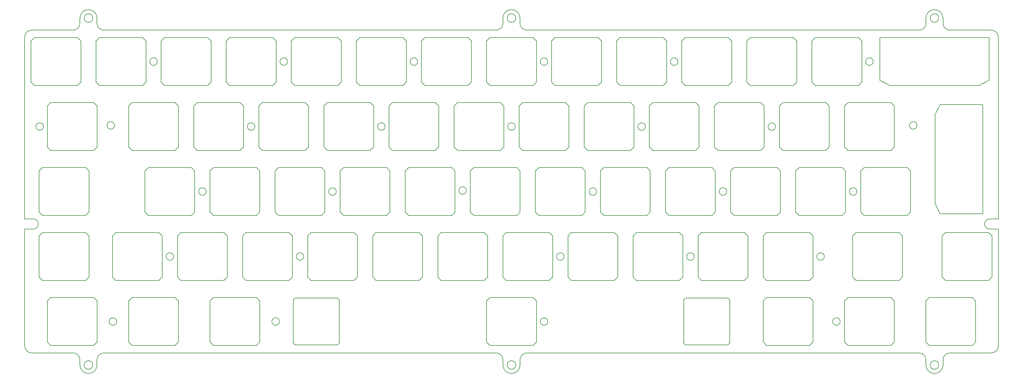
<source format=gbr>
%TF.GenerationSoftware,KiCad,Pcbnew,(6.0.9)*%
%TF.CreationDate,2022-11-03T22:17:30+01:00*%
%TF.ProjectId,plate_iso,706c6174-655f-4697-936f-2e6b69636164,rev?*%
%TF.SameCoordinates,Original*%
%TF.FileFunction,Profile,NP*%
%FSLAX46Y46*%
G04 Gerber Fmt 4.6, Leading zero omitted, Abs format (unit mm)*
G04 Created by KiCad (PCBNEW (6.0.9)) date 2022-11-03 22:17:30*
%MOMM*%
%LPD*%
G01*
G04 APERTURE LIST*
%TA.AperFunction,Profile*%
%ADD10C,0.200000*%
%TD*%
G04 APERTURE END LIST*
D10*
X151972631Y-137477961D02*
X151972679Y-137464139D01*
X151972605Y-138721309D02*
X151972631Y-137477961D01*
X146972809Y-138676798D02*
G75*
G03*
X151972605Y-138721309I2499863J-26204D01*
G01*
X146972784Y-138077357D02*
X146972809Y-138676798D01*
X146972784Y-137153002D02*
X146972784Y-138077357D01*
X146972785Y-137153002D02*
G75*
G03*
X144972784Y-135153002I-2000000J0D01*
G01*
X30143679Y-135153002D02*
X144972784Y-135153002D01*
X30143679Y-135153016D02*
G75*
G03*
X28143679Y-137153002I26J-2000026D01*
G01*
X28143679Y-137464139D02*
X28143679Y-137153002D01*
X28143631Y-137477961D02*
X28143679Y-137464139D01*
X28143605Y-138721309D02*
X28143631Y-137477961D01*
X23143815Y-138676798D02*
G75*
G03*
X28143605Y-138721309I2499860J-26204D01*
G01*
X23143809Y-137153002D02*
X23143809Y-138676798D01*
X23143845Y-137153002D02*
G75*
G03*
X21143809Y-135153002I-2000040J-40D01*
G01*
X8976500Y-135153002D02*
X21143809Y-135153002D01*
X6976445Y-133153002D02*
G75*
G03*
X8976500Y-135153002I2000060J60D01*
G01*
X6976500Y-98853002D02*
X6976500Y-133153002D01*
X9476500Y-98853002D02*
X6976500Y-98853002D01*
X9476500Y-98853037D02*
G75*
G03*
X10976500Y-97353002I5J1499995D01*
G01*
X10976445Y-97353002D02*
G75*
G03*
X9476500Y-95853002I-1499940J60D01*
G01*
X6976500Y-95853002D02*
X9476500Y-95853002D01*
X6976500Y-42553002D02*
X6976500Y-95853002D01*
X8976500Y-40553037D02*
G75*
G03*
X6976500Y-42553002I5J-2000005D01*
G01*
X21143784Y-40553002D02*
X8976500Y-40553002D01*
X21143784Y-40553021D02*
G75*
G03*
X23143784Y-38553002I21J1999979D01*
G01*
X23143784Y-37628647D02*
X23143784Y-38553002D01*
X23143809Y-37029207D02*
X23143784Y-37628647D01*
X28143611Y-36984695D02*
G75*
G03*
X23143809Y-37029207I-2499936J-18307D01*
G01*
X28143631Y-38228044D02*
X28143605Y-36984695D01*
X28143672Y-38240860D02*
X28143631Y-38228044D01*
X28143672Y-38553002D02*
X28143672Y-38240860D01*
X28143745Y-38553002D02*
G75*
G03*
X30143672Y-40553002I1999960J-40D01*
G01*
X144972784Y-40553002D02*
X30143672Y-40553002D01*
X144972784Y-40553001D02*
G75*
G03*
X146972784Y-38553002I1J1999999D01*
G01*
X146972784Y-37628647D02*
X146972784Y-38553002D01*
X146972809Y-37029207D02*
X146972784Y-37628647D01*
X151972605Y-36984695D02*
G75*
G03*
X146972809Y-37029207I-2499933J-18307D01*
G01*
X151972631Y-38228044D02*
X151972605Y-36984695D01*
X151972672Y-38240860D02*
X151972631Y-38228044D01*
X151972672Y-38553002D02*
X151972672Y-38240860D01*
X151972672Y-38553002D02*
G75*
G03*
X153972672Y-40553002I1999999J-1D01*
G01*
X268801784Y-40553002D02*
X153972672Y-40553002D01*
X268801784Y-40553002D02*
G75*
G03*
X270801784Y-38553002I0J2000000D01*
G01*
X270801784Y-37628647D02*
X270801784Y-38553002D01*
X270801809Y-37029207D02*
X270801784Y-37628647D01*
X275801605Y-36984695D02*
G75*
G03*
X270801809Y-37029207I-2499933J-18307D01*
G01*
X275801618Y-37606369D02*
X275801605Y-36984695D01*
X275801618Y-38553002D02*
X275801618Y-37606369D01*
X275801618Y-38553002D02*
G75*
G03*
X277801618Y-40553002I1999999J-1D01*
G01*
X289976500Y-40553002D02*
X277801618Y-40553002D01*
X291976500Y-42553002D02*
G75*
G03*
X289976500Y-40553002I-2000000J0D01*
G01*
X291976500Y-95853002D02*
X291976500Y-42553002D01*
X289476500Y-95853002D02*
X291976500Y-95853002D01*
X289476500Y-95853002D02*
G75*
G03*
X289476500Y-98853002I0J-1500000D01*
G01*
X291976500Y-98853002D02*
X289476500Y-98853002D01*
X291976500Y-133153002D02*
X291976500Y-98853002D01*
X289976500Y-135153002D02*
G75*
G03*
X291976500Y-133153002I1J1999999D01*
G01*
X277801605Y-135153002D02*
X289976500Y-135153002D01*
X277801605Y-135153002D02*
G75*
G03*
X275801605Y-137153002I0J-2000000D01*
G01*
X275801605Y-138721309D02*
X275801605Y-137153002D01*
X270801809Y-138676798D02*
G75*
G03*
X275801605Y-138721309I2499863J-26204D01*
G01*
X270801784Y-138077357D02*
X270801809Y-138676798D01*
X270801784Y-137153002D02*
X270801784Y-138077357D01*
X270801784Y-137153002D02*
G75*
G03*
X268801784Y-135153002I-2000002J-2D01*
G01*
X153972679Y-135153002D02*
X268801784Y-135153002D01*
X153972679Y-135153002D02*
G75*
G03*
X151972679Y-137153002I0J-2000000D01*
G01*
X151972679Y-137464139D02*
X151972679Y-137153002D01*
X274551672Y-37003002D02*
G75*
G03*
X274551672Y-37003002I-1250000J0D01*
G01*
X150722672Y-37003002D02*
G75*
G03*
X150722672Y-37003002I-1250000J0D01*
G01*
X26893672Y-37003002D02*
G75*
G03*
X26893672Y-37003002I-1250000J0D01*
G01*
X8826500Y-43753002D02*
X9826500Y-42753002D01*
X8826500Y-55753002D02*
X8826500Y-43753002D01*
X9826500Y-56753002D02*
X8826500Y-55753002D01*
X22426500Y-56753002D02*
X9826500Y-56753002D01*
X23426500Y-55753002D02*
X22426500Y-56753002D01*
X23426500Y-43753002D02*
X23426500Y-55753002D01*
X22426500Y-42753002D02*
X23426500Y-43753002D01*
X9826500Y-42753002D02*
X22426500Y-42753002D01*
X41476500Y-56753002D02*
X28876500Y-56753002D01*
X42476500Y-55753002D02*
X41476500Y-56753002D01*
X42476500Y-43753002D02*
X42476500Y-55753002D01*
X41476500Y-42753002D02*
X42476500Y-43753002D01*
X28876500Y-42753002D02*
X41476500Y-42753002D01*
X27876500Y-43753002D02*
X28876500Y-42753002D01*
X27876500Y-55753002D02*
X27876500Y-43753002D01*
X28876500Y-56753002D02*
X27876500Y-55753002D01*
X45801500Y-49753002D02*
G75*
G03*
X45801500Y-49753002I-1100000J0D01*
G01*
X47926500Y-42753002D02*
X60526500Y-42753002D01*
X46926500Y-43753002D02*
X47926500Y-42753002D01*
X46926500Y-55753002D02*
X46926500Y-43753002D01*
X47926500Y-56753002D02*
X46926500Y-55753002D01*
X60526500Y-56753002D02*
X47926500Y-56753002D01*
X61526500Y-55753002D02*
X60526500Y-56753002D01*
X61526500Y-43753002D02*
X61526500Y-55753002D01*
X60526500Y-42753002D02*
X61526500Y-43753002D01*
X80576500Y-55753002D02*
X79576500Y-56753002D01*
X80576500Y-43753002D02*
X80576500Y-55753002D01*
X79576500Y-42753002D02*
X80576500Y-43753002D01*
X66976500Y-42753002D02*
X79576500Y-42753002D01*
X65976500Y-43753002D02*
X66976500Y-42753002D01*
X65976500Y-55753002D02*
X65976500Y-43753002D01*
X66976500Y-56753002D02*
X65976500Y-55753002D01*
X79576500Y-56753002D02*
X66976500Y-56753002D01*
X83901500Y-49753002D02*
G75*
G03*
X83901500Y-49753002I-1100000J0D01*
G01*
X99626500Y-55753002D02*
X98626500Y-56753002D01*
X99626500Y-43753002D02*
X99626500Y-55753002D01*
X98626500Y-42753002D02*
X99626500Y-43753002D01*
X86026500Y-42753002D02*
X98626500Y-42753002D01*
X85026500Y-43753002D02*
X86026500Y-42753002D01*
X85026500Y-55753002D02*
X85026500Y-43753002D01*
X86026500Y-56753002D02*
X85026500Y-55753002D01*
X98626500Y-56753002D02*
X86026500Y-56753002D01*
X105076500Y-56753002D02*
X104076500Y-55753002D01*
X117676500Y-56753002D02*
X105076500Y-56753002D01*
X118676500Y-55753002D02*
X117676500Y-56753002D01*
X118676500Y-43753002D02*
X118676500Y-55753002D01*
X117676500Y-42753002D02*
X118676500Y-43753002D01*
X105076500Y-42753002D02*
X117676500Y-42753002D01*
X104076500Y-43753002D02*
X105076500Y-42753002D01*
X104076500Y-55753002D02*
X104076500Y-43753002D01*
X122001500Y-49753002D02*
G75*
G03*
X122001500Y-49753002I-1100000J0D01*
G01*
X123126500Y-55753002D02*
X123126500Y-43753002D01*
X124126500Y-56753002D02*
X123126500Y-55753002D01*
X136726500Y-56753002D02*
X124126500Y-56753002D01*
X137726500Y-55753002D02*
X136726500Y-56753002D01*
X137726500Y-43753002D02*
X137726500Y-55753002D01*
X136726500Y-42753002D02*
X137726500Y-43753002D01*
X124126500Y-42753002D02*
X136726500Y-42753002D01*
X123126500Y-43753002D02*
X124126500Y-42753002D01*
X156776500Y-55753002D02*
X155776500Y-56753002D01*
X156776500Y-43753002D02*
X156776500Y-55753002D01*
X155776500Y-42753002D02*
X156776500Y-43753002D01*
X143176500Y-42753002D02*
X155776500Y-42753002D01*
X142176500Y-43753002D02*
X143176500Y-42753002D01*
X142176500Y-55753002D02*
X142176500Y-43753002D01*
X143176500Y-56753002D02*
X142176500Y-55753002D01*
X155776500Y-56753002D02*
X143176500Y-56753002D01*
X12464000Y-68803002D02*
G75*
G03*
X12464000Y-68803002I-1100000J0D01*
G01*
X14589000Y-61803002D02*
X27189000Y-61803002D01*
X13589000Y-62803002D02*
X14589000Y-61803002D01*
X13589000Y-74803002D02*
X13589000Y-62803002D01*
X14589000Y-75803002D02*
X13589000Y-74803002D01*
X27189000Y-75803002D02*
X14589000Y-75803002D01*
X28189000Y-74803002D02*
X27189000Y-75803002D01*
X28189000Y-62803002D02*
X28189000Y-74803002D01*
X27189000Y-61803002D02*
X28189000Y-62803002D01*
X33276500Y-68453002D02*
G75*
G03*
X33276500Y-68453002I-1100000J0D01*
G01*
X52001500Y-62803002D02*
X52001500Y-74803002D01*
X51001500Y-61803002D02*
X52001500Y-62803002D01*
X38401500Y-61803002D02*
X51001500Y-61803002D01*
X37401500Y-62803002D02*
X38401500Y-61803002D01*
X37401500Y-74803002D02*
X37401500Y-62803002D01*
X38401500Y-75803002D02*
X37401500Y-74803002D01*
X51001500Y-75803002D02*
X38401500Y-75803002D01*
X52001500Y-74803002D02*
X51001500Y-75803002D01*
X57451500Y-61803002D02*
X70051500Y-61803002D01*
X56451500Y-62803002D02*
X57451500Y-61803002D01*
X56451500Y-74803002D02*
X56451500Y-62803002D01*
X57451500Y-75803002D02*
X56451500Y-74803002D01*
X70051500Y-75803002D02*
X57451500Y-75803002D01*
X71051500Y-74803002D02*
X70051500Y-75803002D01*
X71051500Y-62803002D02*
X71051500Y-74803002D01*
X70051500Y-61803002D02*
X71051500Y-62803002D01*
X74376500Y-68803002D02*
G75*
G03*
X74376500Y-68803002I-1100000J0D01*
G01*
X90101500Y-74803002D02*
X89101500Y-75803002D01*
X90101500Y-62803002D02*
X90101500Y-74803002D01*
X89101500Y-61803002D02*
X90101500Y-62803002D01*
X76501500Y-61803002D02*
X89101500Y-61803002D01*
X75501500Y-62803002D02*
X76501500Y-61803002D01*
X75501500Y-74803002D02*
X75501500Y-62803002D01*
X76501500Y-75803002D02*
X75501500Y-74803002D01*
X89101500Y-75803002D02*
X76501500Y-75803002D01*
X94551500Y-74803002D02*
X94551500Y-62803002D01*
X95551500Y-75803002D02*
X94551500Y-74803002D01*
X108151500Y-75803002D02*
X95551500Y-75803002D01*
X109151500Y-74803002D02*
X108151500Y-75803002D01*
X109151500Y-62803002D02*
X109151500Y-74803002D01*
X108151500Y-61803002D02*
X109151500Y-62803002D01*
X95551500Y-61803002D02*
X108151500Y-61803002D01*
X94551500Y-62803002D02*
X95551500Y-61803002D01*
X112476500Y-68803002D02*
G75*
G03*
X112476500Y-68803002I-1100000J0D01*
G01*
X128201500Y-62803002D02*
X128201500Y-74803002D01*
X127201500Y-61803002D02*
X128201500Y-62803002D01*
X114601500Y-61803002D02*
X127201500Y-61803002D01*
X113601500Y-62803002D02*
X114601500Y-61803002D01*
X113601500Y-74803002D02*
X113601500Y-62803002D01*
X114601500Y-75803002D02*
X113601500Y-74803002D01*
X127201500Y-75803002D02*
X114601500Y-75803002D01*
X128201500Y-74803002D02*
X127201500Y-75803002D01*
X147251500Y-74803002D02*
X146251500Y-75803002D01*
X147251500Y-62803002D02*
X147251500Y-74803002D01*
X146251500Y-61803002D02*
X147251500Y-62803002D01*
X133651500Y-61803002D02*
X146251500Y-61803002D01*
X132651500Y-62803002D02*
X133651500Y-61803002D01*
X132651500Y-74803002D02*
X132651500Y-62803002D01*
X133651500Y-75803002D02*
X132651500Y-74803002D01*
X146251500Y-75803002D02*
X133651500Y-75803002D01*
X150576500Y-68803002D02*
G75*
G03*
X150576500Y-68803002I-1100000J0D01*
G01*
X136276500Y-87553002D02*
G75*
G03*
X136276500Y-87553002I-1100000J0D01*
G01*
X160101500Y-49753002D02*
G75*
G03*
X160101500Y-49753002I-1100000J0D01*
G01*
X161226500Y-55753002D02*
X161226500Y-43753002D01*
X162226500Y-56753002D02*
X161226500Y-55753002D01*
X174826500Y-56753002D02*
X162226500Y-56753002D01*
X175826500Y-55753002D02*
X174826500Y-56753002D01*
X175826500Y-43753002D02*
X175826500Y-55753002D01*
X174826500Y-42753002D02*
X175826500Y-43753002D01*
X162226500Y-42753002D02*
X174826500Y-42753002D01*
X161226500Y-43753002D02*
X162226500Y-42753002D01*
X193876500Y-56753002D02*
X181276500Y-56753002D01*
X194876500Y-55753002D02*
X193876500Y-56753002D01*
X194876500Y-43753002D02*
X194876500Y-55753002D01*
X193876500Y-42753002D02*
X194876500Y-43753002D01*
X181276500Y-42753002D02*
X193876500Y-42753002D01*
X180276500Y-43753002D02*
X181276500Y-42753002D01*
X180276500Y-55753002D02*
X180276500Y-43753002D01*
X181276500Y-56753002D02*
X180276500Y-55753002D01*
X198201500Y-49753002D02*
G75*
G03*
X198201500Y-49753002I-1100000J0D01*
G01*
X213926500Y-43753002D02*
X213926500Y-55753002D01*
X212926500Y-42753002D02*
X213926500Y-43753002D01*
X200326500Y-42753002D02*
X212926500Y-42753002D01*
X199326500Y-43753002D02*
X200326500Y-42753002D01*
X199326500Y-55753002D02*
X199326500Y-43753002D01*
X200326500Y-56753002D02*
X199326500Y-55753002D01*
X212926500Y-56753002D02*
X200326500Y-56753002D01*
X213926500Y-55753002D02*
X212926500Y-56753002D01*
X219376500Y-56753002D02*
X218376500Y-55753002D01*
X231976500Y-56753002D02*
X219376500Y-56753002D01*
X232976500Y-55753002D02*
X231976500Y-56753002D01*
X232976500Y-43753002D02*
X232976500Y-55753002D01*
X231976500Y-42753002D02*
X232976500Y-43753002D01*
X219376500Y-42753002D02*
X231976500Y-42753002D01*
X218376500Y-43753002D02*
X219376500Y-42753002D01*
X218376500Y-55753002D02*
X218376500Y-43753002D01*
X251026500Y-56753002D02*
X238426500Y-56753002D01*
X252026500Y-55753002D02*
X251026500Y-56753002D01*
X252026500Y-43753002D02*
X252026500Y-55753002D01*
X251026500Y-42753002D02*
X252026500Y-43753002D01*
X238426500Y-42753002D02*
X251026500Y-42753002D01*
X237426500Y-43753002D02*
X238426500Y-42753002D01*
X237426500Y-55753002D02*
X237426500Y-43753002D01*
X238426500Y-56753002D02*
X237426500Y-55753002D01*
X255351500Y-49753002D02*
G75*
G03*
X255351500Y-49753002I-1100000J0D01*
G01*
X152701500Y-75803002D02*
X151701500Y-74803002D01*
X165301500Y-75803002D02*
X152701500Y-75803002D01*
X166301500Y-74803002D02*
X165301500Y-75803002D01*
X166301500Y-62803002D02*
X166301500Y-74803002D01*
X165301500Y-61803002D02*
X166301500Y-62803002D01*
X152701500Y-61803002D02*
X165301500Y-61803002D01*
X151701500Y-62803002D02*
X152701500Y-61803002D01*
X151701500Y-74803002D02*
X151701500Y-62803002D01*
X171751500Y-75803002D02*
X170751500Y-74803002D01*
X184351500Y-75803002D02*
X171751500Y-75803002D01*
X185351500Y-74803002D02*
X184351500Y-75803002D01*
X185351500Y-62803002D02*
X185351500Y-74803002D01*
X184351500Y-61803002D02*
X185351500Y-62803002D01*
X171751500Y-61803002D02*
X184351500Y-61803002D01*
X170751500Y-62803002D02*
X171751500Y-61803002D01*
X170751500Y-74803002D02*
X170751500Y-62803002D01*
X188676500Y-68803002D02*
G75*
G03*
X188676500Y-68803002I-1100000J0D01*
G01*
X189801500Y-74803002D02*
X189801500Y-62803002D01*
X190801500Y-75803002D02*
X189801500Y-74803002D01*
X203401500Y-75803002D02*
X190801500Y-75803002D01*
X204401500Y-74803002D02*
X203401500Y-75803002D01*
X204401500Y-62803002D02*
X204401500Y-74803002D01*
X203401500Y-61803002D02*
X204401500Y-62803002D01*
X190801500Y-61803002D02*
X203401500Y-61803002D01*
X189801500Y-62803002D02*
X190801500Y-61803002D01*
X222451500Y-75803002D02*
X209851500Y-75803002D01*
X223451500Y-74803002D02*
X222451500Y-75803002D01*
X223451500Y-62803002D02*
X223451500Y-74803002D01*
X222451500Y-61803002D02*
X223451500Y-62803002D01*
X209851500Y-61803002D02*
X222451500Y-61803002D01*
X208851500Y-62803002D02*
X209851500Y-61803002D01*
X208851500Y-74803002D02*
X208851500Y-62803002D01*
X209851500Y-75803002D02*
X208851500Y-74803002D01*
X226776500Y-68803002D02*
G75*
G03*
X226776500Y-68803002I-1100000J0D01*
G01*
X241501500Y-75803002D02*
X228901500Y-75803002D01*
X242501500Y-74803002D02*
X241501500Y-75803002D01*
X242501500Y-62803002D02*
X242501500Y-74803002D01*
X241501500Y-61803002D02*
X242501500Y-62803002D01*
X228901500Y-61803002D02*
X241501500Y-61803002D01*
X227901500Y-62803002D02*
X228901500Y-61803002D01*
X227901500Y-74803002D02*
X227901500Y-62803002D01*
X228901500Y-75803002D02*
X227901500Y-74803002D01*
X261551500Y-74803002D02*
X260551500Y-75803002D01*
X261551500Y-62803002D02*
X261551500Y-74803002D01*
X260551500Y-61803002D02*
X261551500Y-62803002D01*
X247951500Y-61803002D02*
X260551500Y-61803002D01*
X246951500Y-62803002D02*
X247951500Y-61803002D01*
X246951500Y-74803002D02*
X246951500Y-62803002D01*
X247951500Y-75803002D02*
X246951500Y-74803002D01*
X260551500Y-75803002D02*
X247951500Y-75803002D01*
X268178500Y-68465002D02*
G75*
G03*
X268178500Y-68465002I-1100000J0D01*
G01*
X273445250Y-91328002D02*
X273445250Y-65328002D01*
X274945250Y-94328002D02*
X273445250Y-91328002D01*
X280445250Y-94328002D02*
X274945250Y-94328002D01*
X287445250Y-94328002D02*
X280445250Y-94328002D01*
X287445250Y-62328002D02*
X287445250Y-94328002D01*
X280445250Y-62328002D02*
X287445250Y-62328002D01*
X274945250Y-62328002D02*
X280445250Y-62328002D01*
X273445250Y-65328002D02*
X274945250Y-62328002D01*
X56764000Y-81853002D02*
X56764000Y-93853002D01*
X55764000Y-80853002D02*
X56764000Y-81853002D01*
X43164000Y-80853002D02*
X55764000Y-80853002D01*
X42164000Y-81853002D02*
X43164000Y-80853002D01*
X42164000Y-93853002D02*
X42164000Y-81853002D01*
X43164000Y-94853002D02*
X42164000Y-93853002D01*
X55764000Y-94853002D02*
X43164000Y-94853002D01*
X56764000Y-93853002D02*
X55764000Y-94853002D01*
X60089000Y-87853002D02*
G75*
G03*
X60089000Y-87853002I-1100000J0D01*
G01*
X61214000Y-81853002D02*
X62214000Y-80853002D01*
X61214000Y-93853002D02*
X61214000Y-81853002D01*
X62214000Y-94853002D02*
X61214000Y-93853002D01*
X74814000Y-94853002D02*
X62214000Y-94853002D01*
X75814000Y-93853002D02*
X74814000Y-94853002D01*
X75814000Y-81853002D02*
X75814000Y-93853002D01*
X74814000Y-80853002D02*
X75814000Y-81853002D01*
X62214000Y-80853002D02*
X74814000Y-80853002D01*
X50564000Y-106903002D02*
G75*
G03*
X50564000Y-106903002I-1100000J0D01*
G01*
X65289000Y-113903002D02*
X52689000Y-113903002D01*
X66289000Y-112903002D02*
X65289000Y-113903002D01*
X66289000Y-100903002D02*
X66289000Y-112903002D01*
X65289000Y-99903002D02*
X66289000Y-100903002D01*
X52689000Y-99903002D02*
X65289000Y-99903002D01*
X51689000Y-100903002D02*
X52689000Y-99903002D01*
X51689000Y-112903002D02*
X51689000Y-100903002D01*
X52689000Y-113903002D02*
X51689000Y-112903002D01*
X70739000Y-100903002D02*
X71739000Y-99903002D01*
X70739000Y-112903002D02*
X70739000Y-100903002D01*
X71739000Y-113903002D02*
X70739000Y-112903002D01*
X84339000Y-113903002D02*
X71739000Y-113903002D01*
X85339000Y-112903002D02*
X84339000Y-113903002D01*
X85339000Y-100903002D02*
X85339000Y-112903002D01*
X84339000Y-99903002D02*
X85339000Y-100903002D01*
X71739000Y-99903002D02*
X84339000Y-99903002D01*
X94864000Y-81853002D02*
X94864000Y-93853002D01*
X93864000Y-80853002D02*
X94864000Y-81853002D01*
X81264000Y-80853002D02*
X93864000Y-80853002D01*
X80264000Y-81853002D02*
X81264000Y-80853002D01*
X80264000Y-93853002D02*
X80264000Y-81853002D01*
X81264000Y-94853002D02*
X80264000Y-93853002D01*
X93864000Y-94853002D02*
X81264000Y-94853002D01*
X94864000Y-93853002D02*
X93864000Y-94853002D01*
X98189000Y-87853002D02*
G75*
G03*
X98189000Y-87853002I-1100000J0D01*
G01*
X100314000Y-94853002D02*
X99314000Y-93853002D01*
X112914000Y-94853002D02*
X100314000Y-94853002D01*
X113914000Y-93853002D02*
X112914000Y-94853002D01*
X113914000Y-81853002D02*
X113914000Y-93853002D01*
X112914000Y-80853002D02*
X113914000Y-81853002D01*
X100314000Y-80853002D02*
X112914000Y-80853002D01*
X99314000Y-81853002D02*
X100314000Y-80853002D01*
X99314000Y-93853002D02*
X99314000Y-81853002D01*
X131964000Y-80853002D02*
X132964000Y-81853002D01*
X119364000Y-80853002D02*
X131964000Y-80853002D01*
X118364000Y-81853002D02*
X119364000Y-80853002D01*
X118364000Y-93853002D02*
X118364000Y-81853002D01*
X119364000Y-94853002D02*
X118364000Y-93853002D01*
X131964000Y-94853002D02*
X119364000Y-94853002D01*
X132964000Y-93853002D02*
X131964000Y-94853002D01*
X132964000Y-81853002D02*
X132964000Y-93853002D01*
X151014000Y-94853002D02*
X138414000Y-94853002D01*
X152014000Y-93853002D02*
X151014000Y-94853002D01*
X152014000Y-81853002D02*
X152014000Y-93853002D01*
X151014000Y-80853002D02*
X152014000Y-81853002D01*
X138414000Y-80853002D02*
X151014000Y-80853002D01*
X137414000Y-81853002D02*
X138414000Y-80853002D01*
X137414000Y-93853002D02*
X137414000Y-81853002D01*
X138414000Y-94853002D02*
X137414000Y-93853002D01*
X88664000Y-106903002D02*
G75*
G03*
X88664000Y-106903002I-1100000J0D01*
G01*
X89789000Y-112903002D02*
X89789000Y-100903002D01*
X90789000Y-113903002D02*
X89789000Y-112903002D01*
X103389000Y-113903002D02*
X90789000Y-113903002D01*
X104389000Y-112903002D02*
X103389000Y-113903002D01*
X104389000Y-100903002D02*
X104389000Y-112903002D01*
X103389000Y-99903002D02*
X104389000Y-100903002D01*
X90789000Y-99903002D02*
X103389000Y-99903002D01*
X89789000Y-100903002D02*
X90789000Y-99903002D01*
X122439000Y-99903002D02*
X123439000Y-100903002D01*
X109839000Y-99903002D02*
X122439000Y-99903002D01*
X108839000Y-100903002D02*
X109839000Y-99903002D01*
X108839000Y-112903002D02*
X108839000Y-100903002D01*
X109839000Y-113903002D02*
X108839000Y-112903002D01*
X122439000Y-113903002D02*
X109839000Y-113903002D01*
X123439000Y-112903002D02*
X122439000Y-113903002D01*
X123439000Y-100903002D02*
X123439000Y-112903002D01*
X142489000Y-112903002D02*
X141489000Y-113903002D01*
X142489000Y-100903002D02*
X142489000Y-112903002D01*
X141489000Y-99903002D02*
X142489000Y-100903002D01*
X128889000Y-99903002D02*
X141489000Y-99903002D01*
X127889000Y-100903002D02*
X128889000Y-99903002D01*
X127889000Y-112903002D02*
X127889000Y-100903002D01*
X128889000Y-113903002D02*
X127889000Y-112903002D01*
X141489000Y-113903002D02*
X128889000Y-113903002D01*
X33895264Y-125953002D02*
G75*
G03*
X33895264Y-125953002I-1100000J0D01*
G01*
X81520250Y-125953002D02*
G75*
G03*
X81520250Y-125953002I-1100000J0D01*
G01*
X171064000Y-93853002D02*
X170064000Y-94853002D01*
X171064000Y-81853002D02*
X171064000Y-93853002D01*
X170064000Y-80853002D02*
X171064000Y-81853002D01*
X157464000Y-80853002D02*
X170064000Y-80853002D01*
X156464000Y-81853002D02*
X157464000Y-80853002D01*
X156464000Y-93853002D02*
X156464000Y-81853002D01*
X157464000Y-94853002D02*
X156464000Y-93853002D01*
X170064000Y-94853002D02*
X157464000Y-94853002D01*
X174389000Y-87853002D02*
G75*
G03*
X174389000Y-87853002I-1100000J0D01*
G01*
X189114000Y-80853002D02*
X190114000Y-81853002D01*
X176514000Y-80853002D02*
X189114000Y-80853002D01*
X175514000Y-81853002D02*
X176514000Y-80853002D01*
X175514000Y-93853002D02*
X175514000Y-81853002D01*
X176514000Y-94853002D02*
X175514000Y-93853002D01*
X189114000Y-94853002D02*
X176514000Y-94853002D01*
X190114000Y-93853002D02*
X189114000Y-94853002D01*
X190114000Y-81853002D02*
X190114000Y-93853002D01*
X194564000Y-93853002D02*
X194564000Y-81853002D01*
X195564000Y-94853002D02*
X194564000Y-93853002D01*
X208164000Y-94853002D02*
X195564000Y-94853002D01*
X209164000Y-93853002D02*
X208164000Y-94853002D01*
X209164000Y-81853002D02*
X209164000Y-93853002D01*
X208164000Y-80853002D02*
X209164000Y-81853002D01*
X195564000Y-80853002D02*
X208164000Y-80853002D01*
X194564000Y-81853002D02*
X195564000Y-80853002D01*
X212489000Y-87853002D02*
G75*
G03*
X212489000Y-87853002I-1100000J0D01*
G01*
X161539000Y-112903002D02*
X160539000Y-113903002D01*
X161539000Y-100903002D02*
X161539000Y-112903002D01*
X160539000Y-99903002D02*
X161539000Y-100903002D01*
X147939000Y-99903002D02*
X160539000Y-99903002D01*
X146939000Y-100903002D02*
X147939000Y-99903002D01*
X146939000Y-112903002D02*
X146939000Y-100903002D01*
X147939000Y-113903002D02*
X146939000Y-112903002D01*
X160539000Y-113903002D02*
X147939000Y-113903002D01*
X164864000Y-106903002D02*
G75*
G03*
X164864000Y-106903002I-1100000J0D01*
G01*
X166989000Y-113903002D02*
X165989000Y-112903002D01*
X179589000Y-113903002D02*
X166989000Y-113903002D01*
X180589000Y-112903002D02*
X179589000Y-113903002D01*
X180589000Y-100903002D02*
X180589000Y-112903002D01*
X179589000Y-99903002D02*
X180589000Y-100903002D01*
X166989000Y-99903002D02*
X179589000Y-99903002D01*
X165989000Y-100903002D02*
X166989000Y-99903002D01*
X165989000Y-112903002D02*
X165989000Y-100903002D01*
X198639000Y-99903002D02*
X199639000Y-100903002D01*
X186039000Y-99903002D02*
X198639000Y-99903002D01*
X185039000Y-100903002D02*
X186039000Y-99903002D01*
X185039000Y-112903002D02*
X185039000Y-100903002D01*
X186039000Y-113903002D02*
X185039000Y-112903002D01*
X198639000Y-113903002D02*
X186039000Y-113903002D01*
X199639000Y-112903002D02*
X198639000Y-113903002D01*
X199639000Y-100903002D02*
X199639000Y-112903002D01*
X202964000Y-106903002D02*
G75*
G03*
X202964000Y-106903002I-1100000J0D01*
G01*
X217689000Y-99903002D02*
X218689000Y-100903002D01*
X205089000Y-99903002D02*
X217689000Y-99903002D01*
X204089000Y-100903002D02*
X205089000Y-99903002D01*
X204089000Y-112903002D02*
X204089000Y-100903002D01*
X205089000Y-113903002D02*
X204089000Y-112903002D01*
X217689000Y-113903002D02*
X205089000Y-113903002D01*
X218689000Y-112903002D02*
X217689000Y-113903002D01*
X218689000Y-100903002D02*
X218689000Y-112903002D01*
X227214000Y-94853002D02*
X214614000Y-94853002D01*
X228214000Y-93853002D02*
X227214000Y-94853002D01*
X228214000Y-81853002D02*
X228214000Y-93853002D01*
X227214000Y-80853002D02*
X228214000Y-81853002D01*
X214614000Y-80853002D02*
X227214000Y-80853002D01*
X213614000Y-81853002D02*
X214614000Y-80853002D01*
X213614000Y-93853002D02*
X213614000Y-81853002D01*
X214614000Y-94853002D02*
X213614000Y-93853002D01*
X232664000Y-81853002D02*
X233664000Y-80853002D01*
X232664000Y-93853002D02*
X232664000Y-81853002D01*
X233664000Y-94853002D02*
X232664000Y-93853002D01*
X246264000Y-94853002D02*
X233664000Y-94853002D01*
X247264000Y-93853002D02*
X246264000Y-94853002D01*
X247264000Y-81853002D02*
X247264000Y-93853002D01*
X246264000Y-80853002D02*
X247264000Y-81853002D01*
X233664000Y-80853002D02*
X246264000Y-80853002D01*
X250589000Y-87853002D02*
G75*
G03*
X250589000Y-87853002I-1100000J0D01*
G01*
X266314000Y-81853002D02*
X266314000Y-93853002D01*
X265314000Y-80853002D02*
X266314000Y-81853002D01*
X252714000Y-80853002D02*
X265314000Y-80853002D01*
X251714000Y-81853002D02*
X252714000Y-80853002D01*
X251714000Y-93853002D02*
X251714000Y-81853002D01*
X252714000Y-94853002D02*
X251714000Y-93853002D01*
X265314000Y-94853002D02*
X252714000Y-94853002D01*
X266314000Y-93853002D02*
X265314000Y-94853002D01*
X224139000Y-99903002D02*
X236739000Y-99903002D01*
X223139000Y-100903002D02*
X224139000Y-99903002D01*
X223139000Y-112903002D02*
X223139000Y-100903002D01*
X224139000Y-113903002D02*
X223139000Y-112903002D01*
X236739000Y-113903002D02*
X224139000Y-113903002D01*
X237739000Y-112903002D02*
X236739000Y-113903002D01*
X237739000Y-100903002D02*
X237739000Y-112903002D01*
X236739000Y-99903002D02*
X237739000Y-100903002D01*
X241064000Y-106903002D02*
G75*
G03*
X241064000Y-106903002I-1100000J0D01*
G01*
X160101500Y-125953002D02*
G75*
G03*
X160101500Y-125953002I-1100000J0D01*
G01*
X245696188Y-125953002D02*
G75*
G03*
X245696188Y-125953002I-1100000J0D01*
G01*
X270764000Y-119953002D02*
X271764000Y-118953002D01*
X270764000Y-131953002D02*
X270764000Y-119953002D01*
X271764000Y-132953002D02*
X270764000Y-131953002D01*
X284364000Y-132953002D02*
X271764000Y-132953002D01*
X285364000Y-131953002D02*
X284364000Y-132953002D01*
X285364000Y-119953002D02*
X285364000Y-131953002D01*
X284364000Y-118953002D02*
X285364000Y-119953002D01*
X271764000Y-118953002D02*
X284364000Y-118953002D01*
X156776500Y-119953002D02*
X156776500Y-131953002D01*
X155776500Y-118953002D02*
X156776500Y-119953002D01*
X143176500Y-118953002D02*
X155776500Y-118953002D01*
X142176500Y-119953002D02*
X143176500Y-118953002D01*
X142176500Y-131953002D02*
X142176500Y-119953002D01*
X143176500Y-132953002D02*
X142176500Y-131953002D01*
X155776500Y-132953002D02*
X143176500Y-132953002D01*
X156776500Y-131953002D02*
X155776500Y-132953002D01*
X28189000Y-119953002D02*
X28189000Y-131953002D01*
X27189000Y-118953002D02*
X28189000Y-119953002D01*
X14589000Y-118953002D02*
X27189000Y-118953002D01*
X13589000Y-119953002D02*
X14589000Y-118953002D01*
X13589000Y-131953002D02*
X13589000Y-119953002D01*
X14589000Y-132953002D02*
X13589000Y-131953002D01*
X27189000Y-132953002D02*
X14589000Y-132953002D01*
X28189000Y-131953002D02*
X27189000Y-132953002D01*
X98543900Y-132823502D02*
X86095900Y-132823502D01*
X99050900Y-132316502D02*
X98543900Y-132823502D01*
X99050900Y-119589502D02*
X99050900Y-132316502D01*
X98543900Y-119082502D02*
X99050900Y-119589502D01*
X86095900Y-119082502D02*
X98543900Y-119082502D01*
X85588900Y-119589502D02*
X86095900Y-119082502D01*
X85588900Y-132316502D02*
X85588900Y-119589502D01*
X86095900Y-132823502D02*
X85588900Y-132316502D01*
X246951500Y-131953002D02*
X246951500Y-119953002D01*
X247951500Y-132953002D02*
X246951500Y-131953002D01*
X260551500Y-132953002D02*
X247951500Y-132953002D01*
X261551500Y-131953002D02*
X260551500Y-132953002D01*
X261551500Y-119953002D02*
X261551500Y-131953002D01*
X260551500Y-118953002D02*
X261551500Y-119953002D01*
X247951500Y-118953002D02*
X260551500Y-118953002D01*
X246951500Y-119953002D02*
X247951500Y-118953002D01*
X200402500Y-132823502D02*
X199895500Y-132316502D01*
X212850500Y-132823502D02*
X200402500Y-132823502D01*
X213357500Y-132316502D02*
X212850500Y-132823502D01*
X213357500Y-119589502D02*
X213357500Y-132316502D01*
X212857500Y-119082502D02*
X213357500Y-119589502D01*
X200395500Y-119082502D02*
X212857500Y-119082502D01*
X199895500Y-119589502D02*
X200395500Y-119082502D01*
X199895500Y-132316502D02*
X199895500Y-119589502D01*
X37401500Y-131953002D02*
X37401500Y-119953002D01*
X38401500Y-132953002D02*
X37401500Y-131953002D01*
X51001500Y-132953002D02*
X38401500Y-132953002D01*
X52001500Y-131953002D02*
X51001500Y-132953002D01*
X52001500Y-119953002D02*
X52001500Y-131953002D01*
X51001500Y-118953002D02*
X52001500Y-119953002D01*
X38401500Y-118953002D02*
X51001500Y-118953002D01*
X37401500Y-119953002D02*
X38401500Y-118953002D01*
X74814000Y-118953002D02*
X75814000Y-119953002D01*
X62214000Y-118953002D02*
X74814000Y-118953002D01*
X61214000Y-119953002D02*
X62214000Y-118953002D01*
X61214000Y-131953002D02*
X61214000Y-119953002D01*
X62214000Y-132953002D02*
X61214000Y-131953002D01*
X74814000Y-132953002D02*
X62214000Y-132953002D01*
X75814000Y-131953002D02*
X74814000Y-132953002D01*
X75814000Y-119953002D02*
X75814000Y-131953002D01*
X237739000Y-119953002D02*
X237739000Y-131953002D01*
X236739000Y-118953002D02*
X237739000Y-119953002D01*
X224139000Y-118953002D02*
X236739000Y-118953002D01*
X223139000Y-119953002D02*
X224139000Y-118953002D01*
X223139000Y-131953002D02*
X223139000Y-119953002D01*
X224139000Y-132953002D02*
X223139000Y-131953002D01*
X236739000Y-132953002D02*
X224139000Y-132953002D01*
X237739000Y-131953002D02*
X236739000Y-132953002D01*
X33639000Y-113903002D02*
X32639000Y-112903002D01*
X46239000Y-113903002D02*
X33639000Y-113903002D01*
X47239000Y-112903002D02*
X46239000Y-113903002D01*
X47239000Y-100903002D02*
X47239000Y-112903002D01*
X46239000Y-99903002D02*
X47239000Y-100903002D01*
X33639000Y-99903002D02*
X46239000Y-99903002D01*
X32639000Y-100903002D02*
X33639000Y-99903002D01*
X32639000Y-112903002D02*
X32639000Y-100903002D01*
X257301500Y-55253002D02*
X257301500Y-42753002D01*
X260301500Y-56753002D02*
X257301500Y-55253002D01*
X286301500Y-56753002D02*
X260301500Y-56753002D01*
X289301500Y-55253002D02*
X286301500Y-56753002D01*
X289301500Y-42753002D02*
X289301500Y-55253002D01*
X257301500Y-42753002D02*
X289301500Y-42753002D01*
X289126500Y-99903002D02*
X290126500Y-100903002D01*
X276526500Y-99903002D02*
X289126500Y-99903002D01*
X275526500Y-100903002D02*
X276526500Y-99903002D01*
X275526500Y-112903002D02*
X275526500Y-100903002D01*
X276526500Y-113903002D02*
X275526500Y-112903002D01*
X289126500Y-113903002D02*
X276526500Y-113903002D01*
X290126500Y-112903002D02*
X289126500Y-113903002D01*
X290126500Y-100903002D02*
X290126500Y-112903002D01*
X250332750Y-113903002D02*
X249332750Y-112903002D01*
X262932750Y-113903002D02*
X250332750Y-113903002D01*
X263932750Y-112903002D02*
X262932750Y-113903002D01*
X263932750Y-100903002D02*
X263932750Y-112903002D01*
X262932750Y-99903002D02*
X263932750Y-100903002D01*
X250332750Y-99903002D02*
X262932750Y-99903002D01*
X249332750Y-100903002D02*
X250332750Y-99903002D01*
X249332750Y-112903002D02*
X249332750Y-100903002D01*
X25807750Y-93853002D02*
X24807750Y-94853002D01*
X25807750Y-81853002D02*
X25807750Y-93853002D01*
X24807750Y-80853002D02*
X25807750Y-81853002D01*
X12207750Y-80853002D02*
X24807750Y-80853002D01*
X11207750Y-81853002D02*
X12207750Y-80853002D01*
X11207750Y-93853002D02*
X11207750Y-81853002D01*
X12207750Y-94853002D02*
X11207750Y-93853002D01*
X24807750Y-94853002D02*
X12207750Y-94853002D01*
X12207750Y-113903002D02*
X11207750Y-112903002D01*
X24807750Y-113903002D02*
X12207750Y-113903002D01*
X25807750Y-112903002D02*
X24807750Y-113903002D01*
X25807750Y-100903002D02*
X25807750Y-112903002D01*
X24807750Y-99903002D02*
X25807750Y-100903002D01*
X12207750Y-99903002D02*
X24807750Y-99903002D01*
X11207750Y-100903002D02*
X12207750Y-99903002D01*
X11207750Y-112903002D02*
X11207750Y-100903002D01*
X150722672Y-138703002D02*
G75*
G03*
X150722672Y-138703002I-1250000J0D01*
G01*
X26893672Y-138703002D02*
G75*
G03*
X26893672Y-138703002I-1250000J0D01*
G01*
X274551672Y-138703002D02*
G75*
G03*
X274551672Y-138703002I-1250000J0D01*
G01*
M02*

</source>
